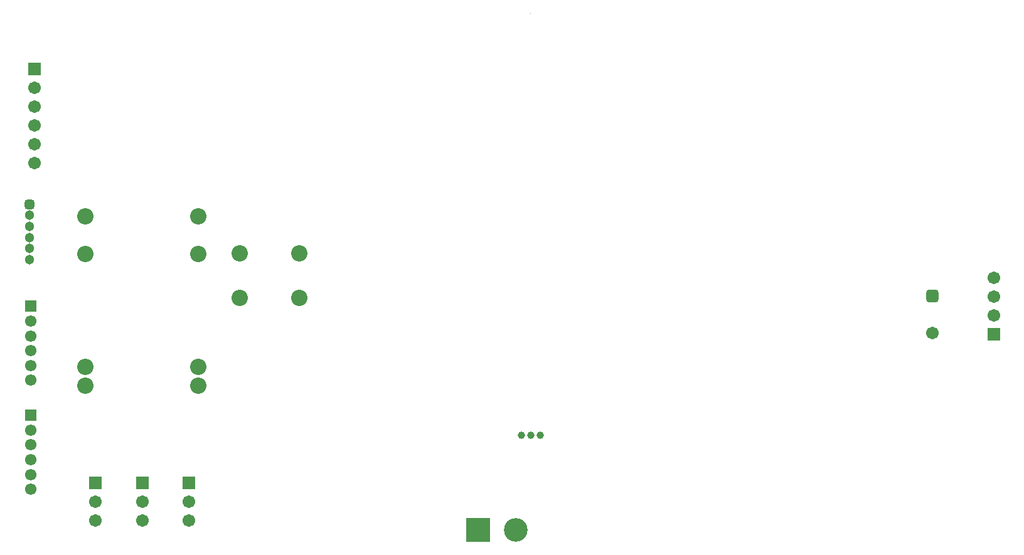
<source format=gbs>
%FSLAX25Y25*%
%MOIN*%
G70*
G01*
G75*
G04 Layer_Color=16711935*
%ADD10R,0.05100X0.05100*%
G04:AMPARAMS|DCode=11|XSize=94.49mil|YSize=29.13mil|CornerRadius=0.73mil|HoleSize=0mil|Usage=FLASHONLY|Rotation=270.000|XOffset=0mil|YOffset=0mil|HoleType=Round|Shape=RoundedRectangle|*
%AMROUNDEDRECTD11*
21,1,0.09449,0.02768,0,0,270.0*
21,1,0.09303,0.02913,0,0,270.0*
1,1,0.00146,-0.01384,-0.04652*
1,1,0.00146,-0.01384,0.04652*
1,1,0.00146,0.01384,0.04652*
1,1,0.00146,0.01384,-0.04652*
%
%ADD11ROUNDEDRECTD11*%
%ADD12R,0.03937X0.07087*%
%ADD13R,0.07087X0.03937*%
%ADD14R,0.04724X0.13780*%
%ADD15R,0.05906X0.03543*%
%ADD16R,0.09449X0.11024*%
%ADD17R,0.03150X0.07874*%
%ADD18O,0.07874X0.02362*%
%ADD19R,0.08465X0.04331*%
%ADD20R,0.08465X0.04331*%
%ADD21R,0.08465X0.13780*%
%ADD22R,0.37402X0.41339*%
%ADD23R,0.13780X0.03543*%
%ADD24R,0.08661X0.02362*%
%ADD25R,0.08661X0.02362*%
%ADD26R,0.06693X0.15748*%
%ADD27R,0.13465X0.04921*%
%ADD28R,0.04921X0.02756*%
%ADD29R,0.09843X0.07874*%
%ADD30R,0.13465X0.04724*%
%ADD31R,0.05080X0.05600*%
%ADD32R,0.20472X0.19200*%
%ADD33R,0.07874X0.07874*%
%ADD34R,0.07874X0.07874*%
%ADD35R,0.02165X0.03937*%
%ADD36R,0.05100X0.05100*%
%ADD37R,0.07087X0.04449*%
%ADD38R,0.07874X0.09843*%
%ADD39R,0.04449X0.07087*%
%ADD40C,0.01102*%
%ADD41C,0.03000*%
%ADD42C,0.04331*%
%ADD43C,0.01500*%
%ADD44C,0.02362*%
%ADD45C,0.05000*%
%ADD46C,0.01200*%
%ADD47C,0.02000*%
%ADD48C,0.04000*%
%ADD49C,0.08000*%
%ADD50C,0.10000*%
%ADD51C,0.01969*%
%ADD52C,0.02165*%
%ADD53R,0.03600X0.13800*%
%ADD54R,0.08000X0.29700*%
%ADD55R,0.07000X0.24600*%
%ADD56R,0.06600X0.24400*%
%ADD57R,0.06700X0.20500*%
%ADD58R,0.11300X0.13400*%
%ADD59R,0.09300X0.13200*%
%ADD60R,0.25100X0.17800*%
%ADD61R,0.16300X0.24200*%
%ADD62R,0.31100X0.30000*%
%ADD63R,0.17300X0.10200*%
%ADD64R,0.59000X0.07200*%
%ADD65R,0.10000X0.09200*%
%ADD66R,0.30300X0.11200*%
%ADD67C,0.00197*%
%ADD68C,0.03150*%
%ADD69R,0.11811X0.11811*%
%ADD70C,0.11811*%
%ADD71C,0.05906*%
%ADD72R,0.05906X0.05906*%
%ADD73C,0.04331*%
G04:AMPARAMS|DCode=74|XSize=43.31mil|YSize=43.31mil|CornerRadius=10.83mil|HoleSize=0mil|Usage=FLASHONLY|Rotation=90.000|XOffset=0mil|YOffset=0mil|HoleType=Round|Shape=RoundedRectangle|*
%AMROUNDEDRECTD74*
21,1,0.04331,0.02165,0,0,90.0*
21,1,0.02165,0.04331,0,0,90.0*
1,1,0.02165,0.01083,0.01083*
1,1,0.02165,0.01083,-0.01083*
1,1,0.02165,-0.01083,-0.01083*
1,1,0.02165,-0.01083,0.01083*
%
%ADD74ROUNDEDRECTD74*%
%ADD75C,0.05315*%
%ADD76R,0.05315X0.05315*%
G04:AMPARAMS|DCode=77|XSize=59.06mil|YSize=59.06mil|CornerRadius=14.76mil|HoleSize=0mil|Usage=FLASHONLY|Rotation=90.000|XOffset=0mil|YOffset=0mil|HoleType=Round|Shape=RoundedRectangle|*
%AMROUNDEDRECTD77*
21,1,0.05906,0.02953,0,0,90.0*
21,1,0.02953,0.05906,0,0,90.0*
1,1,0.02953,0.01476,0.01476*
1,1,0.02953,0.01476,-0.01476*
1,1,0.02953,-0.01476,-0.01476*
1,1,0.02953,-0.01476,0.01476*
%
%ADD77ROUNDEDRECTD77*%
%ADD78C,0.07874*%
%ADD79C,0.02000*%
%ADD80C,0.04000*%
%ADD81C,0.03000*%
%ADD82R,0.33700X0.13200*%
%ADD83R,0.09335X0.10100*%
%ADD84R,0.13100X1.68900*%
%ADD85R,0.41700X0.14400*%
%ADD86R,0.19200X0.39100*%
%ADD87R,0.79600X0.20200*%
%ADD88R,0.31800X0.32800*%
%ADD89R,0.10900X0.35200*%
%ADD90R,0.68339X0.12300*%
%ADD91R,0.10300X0.24700*%
%ADD92R,0.11900X0.16700*%
%ADD93R,0.13500X1.15100*%
%ADD94C,0.01000*%
%ADD95C,0.01575*%
%ADD96C,0.01181*%
%ADD97C,0.00984*%
%ADD98C,0.00787*%
%ADD99C,0.00700*%
%ADD100C,0.00600*%
%ADD101C,0.00500*%
%ADD102C,0.01524*%
%ADD103C,0.00394*%
%ADD104R,0.00898X0.08221*%
%ADD105R,0.05900X0.05900*%
G04:AMPARAMS|DCode=106|XSize=102.49mil|YSize=37.13mil|CornerRadius=0.93mil|HoleSize=0mil|Usage=FLASHONLY|Rotation=270.000|XOffset=0mil|YOffset=0mil|HoleType=Round|Shape=RoundedRectangle|*
%AMROUNDEDRECTD106*
21,1,0.10249,0.03528,0,0,270.0*
21,1,0.10063,0.03713,0,0,270.0*
1,1,0.00186,-0.01764,-0.05032*
1,1,0.00186,-0.01764,0.05032*
1,1,0.00186,0.01764,0.05032*
1,1,0.00186,0.01764,-0.05032*
%
%ADD106ROUNDEDRECTD106*%
%ADD107R,0.04737X0.07887*%
%ADD108R,0.07887X0.04737*%
%ADD109R,0.05524X0.14579*%
%ADD110R,0.06706X0.04343*%
%ADD111R,0.10249X0.11824*%
%ADD112R,0.03950X0.08674*%
%ADD113O,0.08674X0.03162*%
%ADD114R,0.09265X0.05131*%
%ADD115R,0.09265X0.05131*%
%ADD116R,0.09265X0.14579*%
%ADD117R,0.38202X0.42139*%
%ADD118R,0.14579X0.04343*%
%ADD119R,0.09461X0.03162*%
%ADD120R,0.09461X0.03162*%
%ADD121R,0.07493X0.16548*%
%ADD122R,0.14265X0.05721*%
%ADD123R,0.05721X0.03556*%
%ADD124R,0.10642X0.08674*%
%ADD125R,0.14265X0.05524*%
%ADD126R,0.05880X0.06400*%
%ADD127R,0.21272X0.20000*%
%ADD128R,0.08674X0.08674*%
%ADD129R,0.08674X0.08674*%
%ADD130R,0.02965X0.04737*%
%ADD131R,0.05900X0.05900*%
%ADD132R,0.07887X0.05249*%
%ADD133R,0.08674X0.10642*%
%ADD134R,0.05249X0.07887*%
%ADD135C,0.03950*%
%ADD136R,0.12611X0.12611*%
%ADD137C,0.12611*%
%ADD138C,0.06706*%
%ADD139R,0.06706X0.06706*%
%ADD140C,0.05131*%
G04:AMPARAMS|DCode=141|XSize=51.31mil|YSize=51.31mil|CornerRadius=12.83mil|HoleSize=0mil|Usage=FLASHONLY|Rotation=90.000|XOffset=0mil|YOffset=0mil|HoleType=Round|Shape=RoundedRectangle|*
%AMROUNDEDRECTD141*
21,1,0.05131,0.02565,0,0,90.0*
21,1,0.02565,0.05131,0,0,90.0*
1,1,0.02565,0.01283,0.01283*
1,1,0.02565,0.01283,-0.01283*
1,1,0.02565,-0.01283,-0.01283*
1,1,0.02565,-0.01283,0.01283*
%
%ADD141ROUNDEDRECTD141*%
%ADD142C,0.06115*%
%ADD143R,0.06115X0.06115*%
G04:AMPARAMS|DCode=144|XSize=67.06mil|YSize=67.06mil|CornerRadius=16.76mil|HoleSize=0mil|Usage=FLASHONLY|Rotation=90.000|XOffset=0mil|YOffset=0mil|HoleType=Round|Shape=RoundedRectangle|*
%AMROUNDEDRECTD144*
21,1,0.06706,0.03353,0,0,90.0*
21,1,0.03353,0.06706,0,0,90.0*
1,1,0.03353,0.01676,0.01676*
1,1,0.03353,0.01676,-0.01676*
1,1,0.03353,-0.01676,-0.01676*
1,1,0.03353,-0.01676,0.01676*
%
%ADD144ROUNDEDRECTD144*%
%ADD145C,0.08674*%
D67*
X-151477Y-78740D02*
G03*
X-151477Y-78740I-98J0D01*
G01*
D02*
G03*
X-151477Y-78740I-98J0D01*
G01*
D02*
G03*
X-151477Y-78740I-98J0D01*
G01*
D02*
G03*
X-151477Y-78740I-98J0D01*
G01*
D135*
X-156319Y-303207D02*
D03*
X-151319D02*
D03*
X-146319D02*
D03*
D136*
X-179200Y-353400D02*
D03*
D137*
X-159200Y-353400D02*
D03*
D138*
X94535Y-239546D02*
D03*
Y-219546D02*
D03*
Y-229546D02*
D03*
X-332971Y-348307D02*
D03*
Y-338307D02*
D03*
X61882Y-248788D02*
D03*
X-414991Y-138507D02*
D03*
Y-148507D02*
D03*
Y-118507D02*
D03*
Y-158507D02*
D03*
Y-128507D02*
D03*
X-382669Y-338307D02*
D03*
Y-348307D02*
D03*
X-357820D02*
D03*
Y-338307D02*
D03*
D139*
X94535Y-249546D02*
D03*
X-332971Y-328307D02*
D03*
X-414991Y-108507D02*
D03*
X-382669Y-328307D02*
D03*
X-357820D02*
D03*
D140*
X-417519Y-203899D02*
D03*
Y-186182D02*
D03*
Y-197993D02*
D03*
Y-209804D02*
D03*
Y-192088D02*
D03*
D141*
Y-180277D02*
D03*
D142*
X-416998Y-266023D02*
D03*
Y-242401D02*
D03*
Y-273897D02*
D03*
Y-258149D02*
D03*
Y-250275D02*
D03*
X-417151Y-323971D02*
D03*
Y-300349D02*
D03*
Y-331845D02*
D03*
Y-308223D02*
D03*
Y-316097D02*
D03*
D143*
X-416998Y-234527D02*
D03*
X-417151Y-292475D02*
D03*
D144*
X61882Y-229103D02*
D03*
D145*
X-274400Y-206300D02*
D03*
X-305896D02*
D03*
X-274400Y-229922D02*
D03*
X-305896D02*
D03*
X-388000Y-186600D02*
D03*
Y-206600D02*
D03*
X-328000D02*
D03*
Y-186600D02*
D03*
Y-266600D02*
D03*
Y-276600D02*
D03*
X-388000Y-266600D02*
D03*
Y-276600D02*
D03*
M02*

</source>
